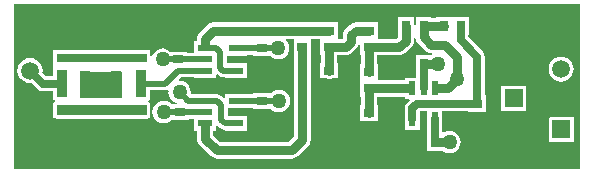
<source format=gtl>
G04 Layer_Physical_Order=1*
G04 Layer_Color=255*
%FSLAX25Y25*%
%MOIN*%
G70*
G01*
G75*
%ADD10R,0.03543X0.03150*%
%ADD11R,0.03150X0.03543*%
%ADD12R,0.02756X0.03543*%
%ADD13R,0.02441X0.04803*%
%ADD14R,0.03543X0.02756*%
%ADD15R,0.04803X0.02441*%
%ADD16C,0.03000*%
%ADD17C,0.02000*%
%ADD18C,0.02500*%
%ADD19R,0.03543X0.08858*%
%ADD20R,0.29921X0.03150*%
%ADD21R,0.29921X0.03347*%
%ADD22R,0.03543X0.08858*%
%ADD23R,0.13976X0.08858*%
%ADD24R,0.05906X0.05906*%
%ADD25C,0.05906*%
%ADD26C,0.05000*%
G36*
X190204Y1725D02*
X1725D01*
Y56739D01*
X190204D01*
Y1725D01*
D02*
G37*
%LPC*%
G36*
X172460Y29350D02*
X164154D01*
Y21044D01*
X172460D01*
Y29350D01*
D02*
G37*
G36*
X188208Y19113D02*
X179902D01*
Y10808D01*
X188208D01*
Y19113D01*
D02*
G37*
G36*
X184055Y39149D02*
X182971Y39007D01*
X181961Y38588D01*
X181093Y37922D01*
X180428Y37055D01*
X180009Y36045D01*
X179867Y34961D01*
X180009Y33876D01*
X180428Y32866D01*
X181093Y31999D01*
X181961Y31333D01*
X182971Y30915D01*
X184055Y30772D01*
X185139Y30915D01*
X186149Y31333D01*
X187017Y31999D01*
X187682Y32866D01*
X188101Y33876D01*
X188244Y34961D01*
X188101Y36045D01*
X187682Y37055D01*
X187017Y37922D01*
X186149Y38588D01*
X185139Y39007D01*
X184055Y39149D01*
D02*
G37*
G36*
X153365Y52381D02*
X142304D01*
Y52133D01*
X140767D01*
Y52381D01*
X135611D01*
Y50241D01*
X135558Y50114D01*
X135486Y49566D01*
X134986D01*
X134914Y50114D01*
X134861Y50241D01*
Y52381D01*
X129706D01*
Y50241D01*
X129653Y50114D01*
X129560Y49409D01*
Y45616D01*
X128990Y45046D01*
X123050D01*
Y45060D01*
Y50609D01*
X117107D01*
Y50558D01*
X115551D01*
X114928Y50476D01*
X114846Y50465D01*
X114190Y50193D01*
X113626Y49760D01*
X112051Y48186D01*
X111618Y47622D01*
X111346Y46965D01*
X111253Y46260D01*
Y45222D01*
X111077Y45046D01*
X109665D01*
Y45060D01*
Y50609D01*
X103721D01*
Y50558D01*
X100806D01*
Y50609D01*
X94863D01*
Y50558D01*
X68110D01*
X67405Y50465D01*
X66749Y50193D01*
X66185Y49760D01*
X63429Y47004D01*
X62996Y46440D01*
X62724Y45784D01*
X62631Y45079D01*
Y44350D01*
X61753D01*
Y40609D01*
Y40432D01*
X59468D01*
Y40767D01*
X53867D01*
X53820Y40828D01*
X53047Y41421D01*
X52147Y41794D01*
X51181Y41921D01*
X50215Y41794D01*
X49315Y41421D01*
X48542Y40828D01*
X47949Y40055D01*
X47580Y39164D01*
X47090Y39261D01*
Y40157D01*
X46997Y40626D01*
X46869Y40816D01*
Y41357D01*
X45984D01*
X45866Y41381D01*
X15945D01*
X15827Y41357D01*
X14745D01*
Y40276D01*
X14721Y40157D01*
Y37008D01*
X14745Y36890D01*
Y35808D01*
Y34764D01*
X14721Y34646D01*
Y32616D01*
X12401D01*
X11104Y33913D01*
X11181Y34492D01*
X11038Y35576D01*
X10620Y36586D01*
X9954Y37454D01*
X9086Y38120D01*
X8076Y38538D01*
X6992Y38681D01*
X5908Y38538D01*
X4898Y38120D01*
X4030Y37454D01*
X3365Y36586D01*
X2946Y35576D01*
X2803Y34492D01*
X2946Y33408D01*
X3365Y32398D01*
X4030Y31530D01*
X4898Y30865D01*
X5908Y30446D01*
X6992Y30304D01*
X7572Y30380D01*
X9600Y28352D01*
X9600Y28352D01*
X9600D01*
X9600Y28352D01*
X9600D01*
X9600Y28352D01*
Y28352D01*
Y28352D01*
D01*
D01*
X9600D01*
Y28352D01*
X10410Y27810D01*
X11366Y27620D01*
X14721D01*
Y25787D01*
X14745Y25669D01*
Y24587D01*
X15252D01*
X15397Y24109D01*
X15080Y23897D01*
X15040Y23838D01*
X14745D01*
Y23150D01*
X14721Y23031D01*
Y19685D01*
X14745Y19567D01*
Y18682D01*
X15286D01*
X15477Y18555D01*
X15945Y18462D01*
X45866D01*
X46334Y18555D01*
X46525Y18682D01*
X46869D01*
Y19026D01*
X46997Y19217D01*
X47090Y19685D01*
Y23031D01*
X46997Y23500D01*
X46869Y23690D01*
Y23838D01*
X46771D01*
X46731Y23897D01*
X46414Y24109D01*
X46559Y24587D01*
X46869D01*
Y25669D01*
X46893Y25787D01*
Y27875D01*
X52165D01*
X52833Y28008D01*
X53198Y27666D01*
X53158Y27362D01*
X53285Y26396D01*
X53658Y25496D01*
X54251Y24723D01*
X55024Y24130D01*
X55924Y23757D01*
X56010Y23746D01*
X55977Y23247D01*
X54260D01*
X54214Y23308D01*
X53441Y23901D01*
X52541Y24274D01*
X51575Y24401D01*
X50609Y24274D01*
X49709Y23901D01*
X48936Y23308D01*
X48343Y22535D01*
X47970Y21635D01*
X47843Y20669D01*
X47970Y19703D01*
X48343Y18803D01*
X48936Y18030D01*
X49709Y17437D01*
X50609Y17064D01*
X51575Y16937D01*
X52541Y17064D01*
X53441Y17437D01*
X54214Y18030D01*
X54260Y18091D01*
X59861D01*
Y18426D01*
X61753D01*
Y18249D01*
Y14509D01*
X62631D01*
Y11811D01*
X62724Y11106D01*
X62724Y11106D01*
X62724Y11106D01*
X62996Y10449D01*
X63429Y9885D01*
X67366Y5948D01*
X67930Y5516D01*
X68586Y5243D01*
X68669Y5233D01*
X69291Y5151D01*
X94291D01*
X94996Y5243D01*
X95653Y5516D01*
X96217Y5948D01*
X96217Y5948D01*
X96217Y5948D01*
X99760Y9492D01*
X100193Y10056D01*
X100465Y10712D01*
X100476Y10795D01*
X100555Y11398D01*
X100610D01*
Y17342D01*
X100558D01*
Y39548D01*
X100806D01*
Y45060D01*
Y45111D01*
X103721D01*
Y45060D01*
Y39548D01*
X103970D01*
Y37027D01*
X103721D01*
Y31871D01*
X105861D01*
X105988Y31818D01*
X106693Y31725D01*
X107398Y31818D01*
X107525Y31871D01*
X109665D01*
Y37027D01*
X109416D01*
Y39548D01*
X109665D01*
Y39599D01*
X112205D01*
X112910Y39692D01*
X113566Y39964D01*
X114130Y40397D01*
X115902Y42169D01*
X116335Y42733D01*
X116607Y43390D01*
X116608Y43399D01*
X117107Y43367D01*
Y39548D01*
X117355D01*
Y36830D01*
X117107D01*
Y31280D01*
Y25769D01*
X117355D01*
Y22854D01*
X117107D01*
Y17698D01*
X119247D01*
X119374Y17645D01*
X120079Y17552D01*
X120784Y17645D01*
X120911Y17698D01*
X123050D01*
Y22854D01*
X122802D01*
Y25769D01*
X123050D01*
Y25820D01*
X132028D01*
Y24942D01*
X133354D01*
X133545Y24480D01*
X132683Y23617D01*
X132141Y22806D01*
X131951Y21850D01*
Y18228D01*
X132028Y17839D01*
Y14627D01*
X136869D01*
Y17839D01*
X136947Y18228D01*
Y20816D01*
X137058Y20927D01*
X139509D01*
Y18618D01*
X139431Y18228D01*
Y13602D01*
X139351D01*
Y7658D01*
X144507D01*
X144507Y7658D01*
Y7658D01*
X144591Y7700D01*
X144984Y7398D01*
X145885Y7025D01*
X146850Y6898D01*
X147816Y7025D01*
X148716Y7398D01*
X149489Y7991D01*
X150082Y8764D01*
X150455Y9664D01*
X150582Y10630D01*
X150455Y11596D01*
X150082Y12496D01*
X149489Y13269D01*
X148716Y13862D01*
X147816Y14235D01*
X146850Y14362D01*
X145885Y14235D01*
X144984Y13862D01*
X144876Y13778D01*
X144427Y13999D01*
Y18228D01*
X144350Y18618D01*
Y20927D01*
X153131D01*
Y20650D01*
X159074D01*
Y26200D01*
X158600D01*
Y39173D01*
X158442Y39971D01*
X158410Y40129D01*
X157869Y40940D01*
X153089Y45720D01*
Y46438D01*
X153365D01*
Y52381D01*
D02*
G37*
%LPD*%
G36*
X135558Y44965D02*
X135830Y44308D01*
X136263Y43744D01*
X138822Y41185D01*
X139386Y40752D01*
X140043Y40480D01*
X140748Y40387D01*
X140915D01*
X140976Y40207D01*
X140935Y40124D01*
X140691Y39783D01*
X135611D01*
Y33839D01*
X135691D01*
Y32145D01*
X132028D01*
Y31267D01*
X123050D01*
Y31280D01*
Y36830D01*
X122802D01*
Y39548D01*
X123050D01*
Y39599D01*
X130118D01*
X130823Y39692D01*
X131480Y39964D01*
X132044Y40397D01*
X132044Y40397D01*
X132044Y40397D01*
X134209Y42562D01*
X134642Y43126D01*
X134914Y43783D01*
X134925Y43865D01*
X135007Y44488D01*
Y45333D01*
X135506Y45365D01*
X135558Y44965D01*
D02*
G37*
G36*
X94863Y45060D02*
Y39548D01*
X95111D01*
Y17342D01*
X95060D01*
Y12494D01*
X93163Y10597D01*
X70419D01*
X68078Y12939D01*
Y14509D01*
X68956D01*
Y15998D01*
X69418Y16190D01*
X70264Y15343D01*
X70264D01*
X70264Y15343D01*
X70264D01*
X70264Y15343D01*
Y15343D01*
X70264Y15343D01*
Y15343D01*
X70992Y14857D01*
X71850Y14686D01*
X72068D01*
Y14509D01*
X79271D01*
Y19350D01*
X72912D01*
Y21989D01*
X79271D01*
Y22166D01*
X81477D01*
Y21832D01*
X87275D01*
X87322Y21771D01*
X88095Y21178D01*
X88995Y20805D01*
X89961Y20677D01*
X90926Y20805D01*
X91827Y21178D01*
X92599Y21771D01*
X93193Y22544D01*
X93565Y23444D01*
X93693Y24409D01*
X93565Y25375D01*
X93193Y26275D01*
X92599Y27048D01*
X91827Y27641D01*
X90926Y28014D01*
X89961Y28141D01*
X88995Y28014D01*
X88095Y27641D01*
X87322Y27048D01*
X87275Y26987D01*
X81477D01*
Y26653D01*
X79271D01*
Y26830D01*
X72068D01*
Y25459D01*
X71606Y25267D01*
X70877Y25996D01*
X70150Y26482D01*
X69291Y26653D01*
X68956D01*
Y26830D01*
X61753D01*
Y26653D01*
X60907D01*
X60578Y27029D01*
X60622Y27362D01*
X60495Y28328D01*
X60122Y29228D01*
X59529Y30001D01*
X58756Y30594D01*
X57856Y30967D01*
X56890Y31094D01*
X56700Y31480D01*
X57425Y32206D01*
X61753D01*
Y32028D01*
X68956D01*
Y33124D01*
X69418Y33315D01*
X69871Y32863D01*
X70598Y32377D01*
X71457Y32206D01*
X72068D01*
Y32028D01*
X79271D01*
Y36869D01*
X72716D01*
Y39509D01*
X79271D01*
Y39686D01*
X81477D01*
Y39351D01*
X87078D01*
X87125Y39290D01*
X87898Y38697D01*
X88798Y38324D01*
X89764Y38197D01*
X90730Y38324D01*
X91630Y38697D01*
X92403Y39290D01*
X92996Y40063D01*
X93369Y40963D01*
X93496Y41929D01*
X93369Y42895D01*
X92996Y43795D01*
X92403Y44568D01*
X92312Y44638D01*
X92472Y45111D01*
X94863D01*
Y45060D01*
D02*
G37*
D10*
X156102Y17913D02*
D03*
Y23425D02*
D03*
X120079Y28543D02*
D03*
Y34055D02*
D03*
Y42323D02*
D03*
Y47835D02*
D03*
X106693Y42323D02*
D03*
Y47835D02*
D03*
X97835Y42323D02*
D03*
Y47835D02*
D03*
X43898Y38583D02*
D03*
Y33071D02*
D03*
X35827Y26969D02*
D03*
Y21457D02*
D03*
X25394Y26969D02*
D03*
Y21457D02*
D03*
X17717Y33071D02*
D03*
Y38583D02*
D03*
D11*
X145079Y49409D02*
D03*
X150591D02*
D03*
X97835Y14370D02*
D03*
X103347D02*
D03*
D12*
X138189Y49409D02*
D03*
X132283D02*
D03*
X138189Y36811D02*
D03*
X132283D02*
D03*
X141929Y10630D02*
D03*
X136024D02*
D03*
D13*
X141929Y28543D02*
D03*
X138189D02*
D03*
X134449D02*
D03*
Y18228D02*
D03*
X141929D02*
D03*
D14*
X120079Y14370D02*
D03*
Y20276D02*
D03*
X106693Y28543D02*
D03*
Y34449D02*
D03*
X84449Y41929D02*
D03*
Y36024D02*
D03*
X56496Y38189D02*
D03*
Y44094D02*
D03*
X84449Y24409D02*
D03*
Y18504D02*
D03*
X56890Y20669D02*
D03*
Y14764D02*
D03*
X43898Y27165D02*
D03*
Y21260D02*
D03*
X35827Y32874D02*
D03*
Y38780D02*
D03*
X25394Y32874D02*
D03*
Y38780D02*
D03*
X17717Y21260D02*
D03*
Y27165D02*
D03*
D15*
X65354Y41929D02*
D03*
Y38189D02*
D03*
Y34449D02*
D03*
X75669D02*
D03*
Y41929D02*
D03*
X65354Y24409D02*
D03*
Y20669D02*
D03*
Y16929D02*
D03*
X75669D02*
D03*
Y24409D02*
D03*
D16*
X120079Y28543D02*
X133071D01*
X10630Y13976D02*
X56890D01*
X127559Y36811D02*
X131496D01*
X174291Y15197D02*
X184055Y24961D01*
X168307Y15197D02*
X174291D01*
X156102Y4921D02*
X158031D01*
X137598D02*
X156102D01*
X156102Y4921D02*
X156102Y4921D01*
X156102Y4921D02*
Y17913D01*
X121063Y10630D02*
X135236D01*
X158031Y4921D02*
X168307Y15197D01*
X136024Y6496D02*
X137598Y4921D01*
X136024Y6496D02*
Y10630D01*
X138189Y49409D02*
X138189Y49409D01*
X145079D01*
X142913Y28543D02*
X146260D01*
X149409Y31693D01*
Y39173D01*
X145472Y43110D02*
X149409Y39173D01*
X140748Y43110D02*
X145472D01*
X138189Y45669D02*
X140748Y43110D01*
X138189Y45669D02*
Y49409D01*
X114961Y14370D02*
X120079D01*
X112205D02*
X114961D01*
X139173Y36811D02*
X143110D01*
X132283Y44488D02*
Y49409D01*
X130118Y42323D02*
X132283Y44488D01*
X120079Y42323D02*
X130118D01*
X143110Y10630D02*
X146850D01*
X120079Y11614D02*
X121063Y10630D01*
X120079Y11614D02*
Y14370D01*
X120079Y14370D02*
X120079Y14370D01*
X112205D02*
X112205Y14370D01*
X103347Y14370D02*
X112205D01*
X120079Y20276D02*
Y28543D01*
Y34055D02*
Y42323D01*
X106693D02*
X112205D01*
X113976Y44094D01*
Y46260D01*
X115551Y47835D01*
X120079D01*
X6992Y17614D02*
X10630Y13976D01*
X6992Y17614D02*
Y24492D01*
X84449Y31299D02*
X84449Y31299D01*
Y36024D01*
X103347Y14370D02*
Y20669D01*
X106693Y24016D01*
Y27559D01*
Y34449D02*
Y42323D01*
X97835Y47835D02*
X106693D01*
X103347Y9252D02*
X103347Y9252D01*
Y14370D01*
X69291Y7874D02*
X94291D01*
X97835Y11417D01*
Y42323D01*
X65354Y11811D02*
X69291Y7874D01*
X65354Y11811D02*
Y16142D01*
X68110Y47835D02*
X97835D01*
X65354Y45079D02*
X68110Y47835D01*
X65354Y42913D02*
Y45079D01*
X56496Y44882D02*
Y49213D01*
X84449Y13583D02*
Y17520D01*
X56890Y9843D02*
Y13976D01*
D17*
X51181Y38189D02*
X65354D01*
X56496Y34449D02*
X65354D01*
X52165Y30118D02*
X56496Y34449D01*
X43898Y30118D02*
X52165D01*
X65354Y41929D02*
X69095D01*
X59842Y24409D02*
X65354D01*
X56890Y27362D02*
X59842Y24409D01*
X71457Y34449D02*
X75669D01*
X70472Y35433D02*
X71457Y34449D01*
X70472Y35433D02*
Y40551D01*
X69095Y41929D02*
X70472Y40551D01*
X89764Y41929D02*
X89764Y41929D01*
X84449Y41929D02*
X89764D01*
X84449Y41929D02*
X84449Y41929D01*
X75669Y41929D02*
X84449D01*
X71850Y16929D02*
X75669D01*
X70669Y18110D02*
X71850Y16929D01*
X70669Y18110D02*
Y23031D01*
X69291Y24409D02*
X70669Y23031D01*
X65354Y24409D02*
X69291D01*
X84449Y13583D02*
X84449Y13583D01*
X89961Y24409D02*
X89961Y24409D01*
X84449Y24409D02*
X89961D01*
X84449Y24409D02*
X84449Y24409D01*
X75669Y24409D02*
X84449D01*
X56890Y9843D02*
X56890Y9843D01*
Y20669D02*
X65354D01*
X51575D02*
X56890D01*
X43701Y21457D02*
X43898Y21260D01*
X35827Y32874D02*
X35827Y32874D01*
X43701Y38780D02*
X43898Y38583D01*
X25394Y26969D02*
X25394Y26969D01*
X25197Y38583D02*
X25394Y38780D01*
X25197Y21260D02*
X25394Y21457D01*
X17717Y27165D02*
X17717Y27165D01*
X17717Y33071D02*
X17717Y33071D01*
D18*
X156102Y23425D02*
Y39173D01*
X150591Y44685D02*
X156102Y39173D01*
X136024Y23425D02*
X156102D01*
X150591Y44685D02*
Y49409D01*
X141929Y10630D02*
Y18228D01*
X134449Y21850D02*
X136024Y23425D01*
X134449Y18228D02*
Y21850D01*
X138189Y28543D02*
Y36811D01*
X11366Y30118D02*
X17717D01*
X6992Y34492D02*
X11366Y30118D01*
D19*
X43898Y30217D02*
D03*
D20*
X30906Y38583D02*
D03*
D21*
Y21358D02*
D03*
D22*
X17717Y30217D02*
D03*
D23*
X30610Y29823D02*
D03*
D24*
X184055Y14961D02*
D03*
X168307Y25197D02*
D03*
X6992Y24492D02*
D03*
D25*
X184055Y24961D02*
D03*
Y34961D02*
D03*
X168307Y15197D02*
D03*
X6992Y34492D02*
D03*
D26*
X127559Y36811D02*
D03*
X149409Y31693D02*
D03*
X143110Y36811D02*
D03*
X114961Y14370D02*
D03*
X146850Y10630D02*
D03*
X103347Y9252D02*
D03*
X56890Y27362D02*
D03*
X89764Y41929D02*
D03*
X84449Y31299D02*
D03*
X51181Y38189D02*
D03*
X56496Y49213D02*
D03*
X84449Y13583D02*
D03*
X89961Y24409D02*
D03*
X56890Y9843D02*
D03*
X51575Y20669D02*
D03*
X30512Y29921D02*
D03*
M02*

</source>
